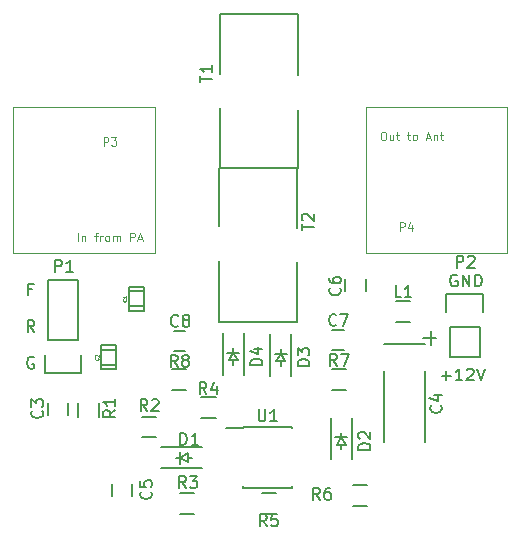
<source format=gto>
%FSLAX46Y46*%
G04 Gerber Fmt 4.6, Leading zero omitted, Abs format (unit mm)*
G04 Created by KiCad (PCBNEW (2014-10-27 BZR 5228)-product) date 15/05/2015 07:51:36*
%MOMM*%
G01*
G04 APERTURE LIST*
%ADD10C,0.100000*%
%ADD11C,0.150000*%
%ADD12C,0.127000*%
%ADD13C,0.060960*%
G04 APERTURE END LIST*
D10*
D11*
X123642858Y-124478571D02*
X123309524Y-124478571D01*
X123309524Y-125002381D02*
X123309524Y-124002381D01*
X123785715Y-124002381D01*
X123809524Y-128102381D02*
X123476190Y-127626190D01*
X123238095Y-128102381D02*
X123238095Y-127102381D01*
X123619048Y-127102381D01*
X123714286Y-127150000D01*
X123761905Y-127197619D01*
X123809524Y-127292857D01*
X123809524Y-127435714D01*
X123761905Y-127530952D01*
X123714286Y-127578571D01*
X123619048Y-127626190D01*
X123238095Y-127626190D01*
X123761905Y-130250000D02*
X123666667Y-130202381D01*
X123523810Y-130202381D01*
X123380952Y-130250000D01*
X123285714Y-130345238D01*
X123238095Y-130440476D01*
X123190476Y-130630952D01*
X123190476Y-130773810D01*
X123238095Y-130964286D01*
X123285714Y-131059524D01*
X123380952Y-131154762D01*
X123523810Y-131202381D01*
X123619048Y-131202381D01*
X123761905Y-131154762D01*
X123809524Y-131107143D01*
X123809524Y-130773810D01*
X123619048Y-130773810D01*
X159588096Y-123300000D02*
X159492858Y-123252381D01*
X159350001Y-123252381D01*
X159207143Y-123300000D01*
X159111905Y-123395238D01*
X159064286Y-123490476D01*
X159016667Y-123680952D01*
X159016667Y-123823810D01*
X159064286Y-124014286D01*
X159111905Y-124109524D01*
X159207143Y-124204762D01*
X159350001Y-124252381D01*
X159445239Y-124252381D01*
X159588096Y-124204762D01*
X159635715Y-124157143D01*
X159635715Y-123823810D01*
X159445239Y-123823810D01*
X160064286Y-124252381D02*
X160064286Y-123252381D01*
X160635715Y-124252381D01*
X160635715Y-123252381D01*
X161111905Y-124252381D02*
X161111905Y-123252381D01*
X161350000Y-123252381D01*
X161492858Y-123300000D01*
X161588096Y-123395238D01*
X161635715Y-123490476D01*
X161683334Y-123680952D01*
X161683334Y-123823810D01*
X161635715Y-124014286D01*
X161588096Y-124109524D01*
X161492858Y-124204762D01*
X161350000Y-124252381D01*
X161111905Y-124252381D01*
X158288095Y-131821429D02*
X159050000Y-131821429D01*
X158669048Y-132202381D02*
X158669048Y-131440476D01*
X160050000Y-132202381D02*
X159478571Y-132202381D01*
X159764285Y-132202381D02*
X159764285Y-131202381D01*
X159669047Y-131345238D01*
X159573809Y-131440476D01*
X159478571Y-131488095D01*
X160430952Y-131297619D02*
X160478571Y-131250000D01*
X160573809Y-131202381D01*
X160811905Y-131202381D01*
X160907143Y-131250000D01*
X160954762Y-131297619D01*
X161002381Y-131392857D01*
X161002381Y-131488095D01*
X160954762Y-131630952D01*
X160383333Y-132202381D01*
X161002381Y-132202381D01*
X161288095Y-131202381D02*
X161621428Y-132202381D01*
X161954762Y-131202381D01*
X126650000Y-135150000D02*
X126650000Y-134150000D01*
X124950000Y-134150000D02*
X124950000Y-135150000D01*
X161520000Y-127670000D02*
X161520000Y-130210000D01*
X161800000Y-124850000D02*
X161800000Y-126400000D01*
X161520000Y-127670000D02*
X158980000Y-127670000D01*
X158700000Y-126400000D02*
X158700000Y-124850000D01*
X158700000Y-124850000D02*
X161800000Y-124850000D01*
X158980000Y-127670000D02*
X158980000Y-130210000D01*
X158980000Y-130210000D02*
X161520000Y-130210000D01*
X127525000Y-135300000D02*
X127525000Y-134100000D01*
X129275000Y-134100000D02*
X129275000Y-135300000D01*
X134100000Y-137025000D02*
X132900000Y-137025000D01*
X132900000Y-135275000D02*
X134100000Y-135275000D01*
X136150000Y-141725000D02*
X137350000Y-141725000D01*
X137350000Y-143475000D02*
X136150000Y-143475000D01*
X137950000Y-133625000D02*
X139150000Y-133625000D01*
X139150000Y-135375000D02*
X137950000Y-135375000D01*
X144250000Y-143475000D02*
X143050000Y-143475000D01*
X143050000Y-141725000D02*
X144250000Y-141725000D01*
X152000000Y-142825000D02*
X150800000Y-142825000D01*
X150800000Y-141075000D02*
X152000000Y-141075000D01*
X150200000Y-133025000D02*
X149000000Y-133025000D01*
X149000000Y-131275000D02*
X150200000Y-131275000D01*
X136650000Y-133025000D02*
X135450000Y-133025000D01*
X135450000Y-131275000D02*
X136650000Y-131275000D01*
X136817500Y-138750000D02*
X137198500Y-138750000D01*
X135801500Y-138750000D02*
X136182500Y-138750000D01*
X136182500Y-138750000D02*
X136817500Y-138369000D01*
X136817500Y-138369000D02*
X136817500Y-139131000D01*
X136817500Y-139131000D02*
X136182500Y-138750000D01*
X136182500Y-138242000D02*
X136182500Y-139258000D01*
X134500000Y-139650000D02*
X138040000Y-139650000D01*
X134500000Y-137850000D02*
X138040000Y-137850000D01*
X149800000Y-137667500D02*
X149800000Y-138048500D01*
X149800000Y-136651500D02*
X149800000Y-137032500D01*
X149800000Y-137032500D02*
X150181000Y-137667500D01*
X150181000Y-137667500D02*
X149419000Y-137667500D01*
X149419000Y-137667500D02*
X149800000Y-137032500D01*
X150308000Y-137032500D02*
X149292000Y-137032500D01*
X148900000Y-135350000D02*
X148900000Y-138890000D01*
X150700000Y-135350000D02*
X150700000Y-138890000D01*
X154400000Y-125475000D02*
X155600000Y-125475000D01*
X155600000Y-127225000D02*
X154400000Y-127225000D01*
D12*
X131815000Y-124665000D02*
X133085000Y-124665000D01*
X131815000Y-125935000D02*
X133059600Y-125935000D01*
X131815000Y-126316000D02*
X131815000Y-124284000D01*
X131815000Y-124284000D02*
X133085000Y-124284000D01*
X133085000Y-124284000D02*
X133085000Y-126316000D01*
X133085000Y-126316000D02*
X131815000Y-126316000D01*
D11*
X156849260Y-129149820D02*
X153450740Y-129149820D01*
X153450740Y-137399740D02*
X153450740Y-131400260D01*
X156849260Y-137399740D02*
X156849260Y-131400260D01*
X157852560Y-128646900D02*
X156752740Y-128646900D01*
X157352180Y-128047460D02*
X157352180Y-129246340D01*
X132050000Y-141950000D02*
X132050000Y-140950000D01*
X130350000Y-140950000D02*
X130350000Y-141950000D01*
X150150000Y-123650000D02*
X150150000Y-124650000D01*
X151850000Y-124650000D02*
X151850000Y-123650000D01*
X150050000Y-127900000D02*
X149050000Y-127900000D01*
X149050000Y-129600000D02*
X150050000Y-129600000D01*
X136600000Y-128000000D02*
X135600000Y-128000000D01*
X135600000Y-129700000D02*
X136600000Y-129700000D01*
X144650000Y-130567500D02*
X144650000Y-130948500D01*
X144650000Y-129551500D02*
X144650000Y-129932500D01*
X144650000Y-129932500D02*
X145031000Y-130567500D01*
X145031000Y-130567500D02*
X144269000Y-130567500D01*
X144269000Y-130567500D02*
X144650000Y-129932500D01*
X145158000Y-129932500D02*
X144142000Y-129932500D01*
X143750000Y-128250000D02*
X143750000Y-131790000D01*
X145550000Y-128250000D02*
X145550000Y-131790000D01*
X140650000Y-130517500D02*
X140650000Y-130898500D01*
X140650000Y-129501500D02*
X140650000Y-129882500D01*
X140650000Y-129882500D02*
X141031000Y-130517500D01*
X141031000Y-130517500D02*
X140269000Y-130517500D01*
X140269000Y-130517500D02*
X140650000Y-129882500D01*
X141158000Y-129882500D02*
X140142000Y-129882500D01*
X139750000Y-128200000D02*
X139750000Y-131740000D01*
X141550000Y-128200000D02*
X141550000Y-131740000D01*
X124700000Y-130050000D02*
X124700000Y-131600000D01*
X124700000Y-131600000D02*
X127800000Y-131600000D01*
X127800000Y-131600000D02*
X127800000Y-130050000D01*
X124980000Y-128780000D02*
X124980000Y-123700000D01*
X124980000Y-123700000D02*
X127520000Y-123700000D01*
X127520000Y-123700000D02*
X127520000Y-128780000D01*
X127520000Y-128780000D02*
X124980000Y-128780000D01*
D10*
X124400000Y-109050000D02*
X134000000Y-109050000D01*
X134000000Y-109050000D02*
X134000000Y-121450000D01*
X134000000Y-121450000D02*
X122000000Y-121450000D01*
X122000000Y-121450000D02*
X122000000Y-109050000D01*
X122000000Y-109050000D02*
X124400000Y-109050000D01*
X161450000Y-121450000D02*
X151850000Y-121450000D01*
X151850000Y-121450000D02*
X151850000Y-109050000D01*
X151850000Y-109050000D02*
X163850000Y-109050000D01*
X163850000Y-109050000D02*
X163850000Y-121450000D01*
X163850000Y-121450000D02*
X161450000Y-121450000D01*
D11*
X139446000Y-127300000D02*
X139446000Y-122093000D01*
X139446000Y-114219000D02*
X139446000Y-119172000D01*
X146050000Y-127300000D02*
X146050000Y-122220000D01*
X146050000Y-114219000D02*
X146050000Y-119299000D01*
X146050000Y-114219000D02*
X139446000Y-114219000D01*
X139446000Y-127300000D02*
X146050000Y-127300000D01*
X146104000Y-101150000D02*
X146104000Y-106357000D01*
X146104000Y-114231000D02*
X146104000Y-109278000D01*
X139500000Y-101150000D02*
X139500000Y-106230000D01*
X139500000Y-114231000D02*
X139500000Y-109151000D01*
X139500000Y-114231000D02*
X146104000Y-114231000D01*
X146104000Y-101150000D02*
X139500000Y-101150000D01*
X141475000Y-136125000D02*
X141475000Y-136270000D01*
X145625000Y-136125000D02*
X145625000Y-136270000D01*
X145625000Y-141275000D02*
X145625000Y-141130000D01*
X141475000Y-141275000D02*
X141475000Y-141130000D01*
X141475000Y-136125000D02*
X145625000Y-136125000D01*
X141475000Y-141275000D02*
X145625000Y-141275000D01*
X141475000Y-136270000D02*
X140075000Y-136270000D01*
D12*
X129465000Y-129615000D02*
X130735000Y-129615000D01*
X129465000Y-130885000D02*
X130709600Y-130885000D01*
X129465000Y-131266000D02*
X129465000Y-129234000D01*
X129465000Y-129234000D02*
X130735000Y-129234000D01*
X130735000Y-129234000D02*
X130735000Y-131266000D01*
X130735000Y-131266000D02*
X129465000Y-131266000D01*
D11*
X124457143Y-134766666D02*
X124504762Y-134814285D01*
X124552381Y-134957142D01*
X124552381Y-135052380D01*
X124504762Y-135195238D01*
X124409524Y-135290476D01*
X124314286Y-135338095D01*
X124123810Y-135385714D01*
X123980952Y-135385714D01*
X123790476Y-135338095D01*
X123695238Y-135290476D01*
X123600000Y-135195238D01*
X123552381Y-135052380D01*
X123552381Y-134957142D01*
X123600000Y-134814285D01*
X123647619Y-134766666D01*
X123552381Y-134433333D02*
X123552381Y-133814285D01*
X123933333Y-134147619D01*
X123933333Y-134004761D01*
X123980952Y-133909523D01*
X124028571Y-133861904D01*
X124123810Y-133814285D01*
X124361905Y-133814285D01*
X124457143Y-133861904D01*
X124504762Y-133909523D01*
X124552381Y-134004761D01*
X124552381Y-134290476D01*
X124504762Y-134385714D01*
X124457143Y-134433333D01*
X159561905Y-122652381D02*
X159561905Y-121652381D01*
X159942858Y-121652381D01*
X160038096Y-121700000D01*
X160085715Y-121747619D01*
X160133334Y-121842857D01*
X160133334Y-121985714D01*
X160085715Y-122080952D01*
X160038096Y-122128571D01*
X159942858Y-122176190D01*
X159561905Y-122176190D01*
X160514286Y-121747619D02*
X160561905Y-121700000D01*
X160657143Y-121652381D01*
X160895239Y-121652381D01*
X160990477Y-121700000D01*
X161038096Y-121747619D01*
X161085715Y-121842857D01*
X161085715Y-121938095D01*
X161038096Y-122080952D01*
X160466667Y-122652381D01*
X161085715Y-122652381D01*
X130652381Y-134716666D02*
X130176190Y-135050000D01*
X130652381Y-135288095D02*
X129652381Y-135288095D01*
X129652381Y-134907142D01*
X129700000Y-134811904D01*
X129747619Y-134764285D01*
X129842857Y-134716666D01*
X129985714Y-134716666D01*
X130080952Y-134764285D01*
X130128571Y-134811904D01*
X130176190Y-134907142D01*
X130176190Y-135288095D01*
X130652381Y-133764285D02*
X130652381Y-134335714D01*
X130652381Y-134050000D02*
X129652381Y-134050000D01*
X129795238Y-134145238D01*
X129890476Y-134240476D01*
X129938095Y-134335714D01*
X133383334Y-134802381D02*
X133050000Y-134326190D01*
X132811905Y-134802381D02*
X132811905Y-133802381D01*
X133192858Y-133802381D01*
X133288096Y-133850000D01*
X133335715Y-133897619D01*
X133383334Y-133992857D01*
X133383334Y-134135714D01*
X133335715Y-134230952D01*
X133288096Y-134278571D01*
X133192858Y-134326190D01*
X132811905Y-134326190D01*
X133764286Y-133897619D02*
X133811905Y-133850000D01*
X133907143Y-133802381D01*
X134145239Y-133802381D01*
X134240477Y-133850000D01*
X134288096Y-133897619D01*
X134335715Y-133992857D01*
X134335715Y-134088095D01*
X134288096Y-134230952D01*
X133716667Y-134802381D01*
X134335715Y-134802381D01*
X136633334Y-141302381D02*
X136300000Y-140826190D01*
X136061905Y-141302381D02*
X136061905Y-140302381D01*
X136442858Y-140302381D01*
X136538096Y-140350000D01*
X136585715Y-140397619D01*
X136633334Y-140492857D01*
X136633334Y-140635714D01*
X136585715Y-140730952D01*
X136538096Y-140778571D01*
X136442858Y-140826190D01*
X136061905Y-140826190D01*
X136966667Y-140302381D02*
X137585715Y-140302381D01*
X137252381Y-140683333D01*
X137395239Y-140683333D01*
X137490477Y-140730952D01*
X137538096Y-140778571D01*
X137585715Y-140873810D01*
X137585715Y-141111905D01*
X137538096Y-141207143D01*
X137490477Y-141254762D01*
X137395239Y-141302381D01*
X137109524Y-141302381D01*
X137014286Y-141254762D01*
X136966667Y-141207143D01*
X138383334Y-133352381D02*
X138050000Y-132876190D01*
X137811905Y-133352381D02*
X137811905Y-132352381D01*
X138192858Y-132352381D01*
X138288096Y-132400000D01*
X138335715Y-132447619D01*
X138383334Y-132542857D01*
X138383334Y-132685714D01*
X138335715Y-132780952D01*
X138288096Y-132828571D01*
X138192858Y-132876190D01*
X137811905Y-132876190D01*
X139240477Y-132685714D02*
X139240477Y-133352381D01*
X139002381Y-132304762D02*
X138764286Y-133019048D01*
X139383334Y-133019048D01*
X143483334Y-144552381D02*
X143150000Y-144076190D01*
X142911905Y-144552381D02*
X142911905Y-143552381D01*
X143292858Y-143552381D01*
X143388096Y-143600000D01*
X143435715Y-143647619D01*
X143483334Y-143742857D01*
X143483334Y-143885714D01*
X143435715Y-143980952D01*
X143388096Y-144028571D01*
X143292858Y-144076190D01*
X142911905Y-144076190D01*
X144388096Y-143552381D02*
X143911905Y-143552381D01*
X143864286Y-144028571D01*
X143911905Y-143980952D01*
X144007143Y-143933333D01*
X144245239Y-143933333D01*
X144340477Y-143980952D01*
X144388096Y-144028571D01*
X144435715Y-144123810D01*
X144435715Y-144361905D01*
X144388096Y-144457143D01*
X144340477Y-144504762D01*
X144245239Y-144552381D01*
X144007143Y-144552381D01*
X143911905Y-144504762D01*
X143864286Y-144457143D01*
X147983334Y-142302381D02*
X147650000Y-141826190D01*
X147411905Y-142302381D02*
X147411905Y-141302381D01*
X147792858Y-141302381D01*
X147888096Y-141350000D01*
X147935715Y-141397619D01*
X147983334Y-141492857D01*
X147983334Y-141635714D01*
X147935715Y-141730952D01*
X147888096Y-141778571D01*
X147792858Y-141826190D01*
X147411905Y-141826190D01*
X148840477Y-141302381D02*
X148650000Y-141302381D01*
X148554762Y-141350000D01*
X148507143Y-141397619D01*
X148411905Y-141540476D01*
X148364286Y-141730952D01*
X148364286Y-142111905D01*
X148411905Y-142207143D01*
X148459524Y-142254762D01*
X148554762Y-142302381D01*
X148745239Y-142302381D01*
X148840477Y-142254762D01*
X148888096Y-142207143D01*
X148935715Y-142111905D01*
X148935715Y-141873810D01*
X148888096Y-141778571D01*
X148840477Y-141730952D01*
X148745239Y-141683333D01*
X148554762Y-141683333D01*
X148459524Y-141730952D01*
X148411905Y-141778571D01*
X148364286Y-141873810D01*
X149433334Y-130952381D02*
X149100000Y-130476190D01*
X148861905Y-130952381D02*
X148861905Y-129952381D01*
X149242858Y-129952381D01*
X149338096Y-130000000D01*
X149385715Y-130047619D01*
X149433334Y-130142857D01*
X149433334Y-130285714D01*
X149385715Y-130380952D01*
X149338096Y-130428571D01*
X149242858Y-130476190D01*
X148861905Y-130476190D01*
X149766667Y-129952381D02*
X150433334Y-129952381D01*
X150004762Y-130952381D01*
X135933334Y-131052381D02*
X135600000Y-130576190D01*
X135361905Y-131052381D02*
X135361905Y-130052381D01*
X135742858Y-130052381D01*
X135838096Y-130100000D01*
X135885715Y-130147619D01*
X135933334Y-130242857D01*
X135933334Y-130385714D01*
X135885715Y-130480952D01*
X135838096Y-130528571D01*
X135742858Y-130576190D01*
X135361905Y-130576190D01*
X136504762Y-130480952D02*
X136409524Y-130433333D01*
X136361905Y-130385714D01*
X136314286Y-130290476D01*
X136314286Y-130242857D01*
X136361905Y-130147619D01*
X136409524Y-130100000D01*
X136504762Y-130052381D01*
X136695239Y-130052381D01*
X136790477Y-130100000D01*
X136838096Y-130147619D01*
X136885715Y-130242857D01*
X136885715Y-130290476D01*
X136838096Y-130385714D01*
X136790477Y-130433333D01*
X136695239Y-130480952D01*
X136504762Y-130480952D01*
X136409524Y-130528571D01*
X136361905Y-130576190D01*
X136314286Y-130671429D01*
X136314286Y-130861905D01*
X136361905Y-130957143D01*
X136409524Y-131004762D01*
X136504762Y-131052381D01*
X136695239Y-131052381D01*
X136790477Y-131004762D01*
X136838096Y-130957143D01*
X136885715Y-130861905D01*
X136885715Y-130671429D01*
X136838096Y-130576190D01*
X136790477Y-130528571D01*
X136695239Y-130480952D01*
X136161905Y-137652381D02*
X136161905Y-136652381D01*
X136400000Y-136652381D01*
X136542858Y-136700000D01*
X136638096Y-136795238D01*
X136685715Y-136890476D01*
X136733334Y-137080952D01*
X136733334Y-137223810D01*
X136685715Y-137414286D01*
X136638096Y-137509524D01*
X136542858Y-137604762D01*
X136400000Y-137652381D01*
X136161905Y-137652381D01*
X137685715Y-137652381D02*
X137114286Y-137652381D01*
X137400000Y-137652381D02*
X137400000Y-136652381D01*
X137304762Y-136795238D01*
X137209524Y-136890476D01*
X137114286Y-136938095D01*
X152252381Y-138088095D02*
X151252381Y-138088095D01*
X151252381Y-137850000D01*
X151300000Y-137707142D01*
X151395238Y-137611904D01*
X151490476Y-137564285D01*
X151680952Y-137516666D01*
X151823810Y-137516666D01*
X152014286Y-137564285D01*
X152109524Y-137611904D01*
X152204762Y-137707142D01*
X152252381Y-137850000D01*
X152252381Y-138088095D01*
X151347619Y-137135714D02*
X151300000Y-137088095D01*
X151252381Y-136992857D01*
X151252381Y-136754761D01*
X151300000Y-136659523D01*
X151347619Y-136611904D01*
X151442857Y-136564285D01*
X151538095Y-136564285D01*
X151680952Y-136611904D01*
X152252381Y-137183333D01*
X152252381Y-136564285D01*
X154883334Y-125152381D02*
X154407143Y-125152381D01*
X154407143Y-124152381D01*
X155740477Y-125152381D02*
X155169048Y-125152381D01*
X155454762Y-125152381D02*
X155454762Y-124152381D01*
X155359524Y-124295238D01*
X155264286Y-124390476D01*
X155169048Y-124438095D01*
D13*
X131566443Y-125349954D02*
X131580715Y-125364226D01*
X131594988Y-125407043D01*
X131594988Y-125435588D01*
X131580715Y-125478405D01*
X131552170Y-125506950D01*
X131523626Y-125521222D01*
X131466536Y-125535494D01*
X131423719Y-125535494D01*
X131366630Y-125521222D01*
X131338085Y-125506950D01*
X131309540Y-125478405D01*
X131295268Y-125435588D01*
X131295268Y-125407043D01*
X131309540Y-125364226D01*
X131323812Y-125349954D01*
X131594988Y-125064506D02*
X131594988Y-125235774D01*
X131594988Y-125150140D02*
X131295268Y-125150140D01*
X131338085Y-125178685D01*
X131366630Y-125207230D01*
X131380902Y-125235774D01*
D11*
X158207143Y-134316666D02*
X158254762Y-134364285D01*
X158302381Y-134507142D01*
X158302381Y-134602380D01*
X158254762Y-134745238D01*
X158159524Y-134840476D01*
X158064286Y-134888095D01*
X157873810Y-134935714D01*
X157730952Y-134935714D01*
X157540476Y-134888095D01*
X157445238Y-134840476D01*
X157350000Y-134745238D01*
X157302381Y-134602380D01*
X157302381Y-134507142D01*
X157350000Y-134364285D01*
X157397619Y-134316666D01*
X157635714Y-133459523D02*
X158302381Y-133459523D01*
X157254762Y-133697619D02*
X157969048Y-133935714D01*
X157969048Y-133316666D01*
X157421069Y-129030392D02*
X157421069Y-128268487D01*
X157802021Y-128649439D02*
X157040116Y-128649439D01*
X133657143Y-141616666D02*
X133704762Y-141664285D01*
X133752381Y-141807142D01*
X133752381Y-141902380D01*
X133704762Y-142045238D01*
X133609524Y-142140476D01*
X133514286Y-142188095D01*
X133323810Y-142235714D01*
X133180952Y-142235714D01*
X132990476Y-142188095D01*
X132895238Y-142140476D01*
X132800000Y-142045238D01*
X132752381Y-141902380D01*
X132752381Y-141807142D01*
X132800000Y-141664285D01*
X132847619Y-141616666D01*
X132752381Y-140711904D02*
X132752381Y-141188095D01*
X133228571Y-141235714D01*
X133180952Y-141188095D01*
X133133333Y-141092857D01*
X133133333Y-140854761D01*
X133180952Y-140759523D01*
X133228571Y-140711904D01*
X133323810Y-140664285D01*
X133561905Y-140664285D01*
X133657143Y-140711904D01*
X133704762Y-140759523D01*
X133752381Y-140854761D01*
X133752381Y-141092857D01*
X133704762Y-141188095D01*
X133657143Y-141235714D01*
X149657143Y-124366666D02*
X149704762Y-124414285D01*
X149752381Y-124557142D01*
X149752381Y-124652380D01*
X149704762Y-124795238D01*
X149609524Y-124890476D01*
X149514286Y-124938095D01*
X149323810Y-124985714D01*
X149180952Y-124985714D01*
X148990476Y-124938095D01*
X148895238Y-124890476D01*
X148800000Y-124795238D01*
X148752381Y-124652380D01*
X148752381Y-124557142D01*
X148800000Y-124414285D01*
X148847619Y-124366666D01*
X148752381Y-123509523D02*
X148752381Y-123700000D01*
X148800000Y-123795238D01*
X148847619Y-123842857D01*
X148990476Y-123938095D01*
X149180952Y-123985714D01*
X149561905Y-123985714D01*
X149657143Y-123938095D01*
X149704762Y-123890476D01*
X149752381Y-123795238D01*
X149752381Y-123604761D01*
X149704762Y-123509523D01*
X149657143Y-123461904D01*
X149561905Y-123414285D01*
X149323810Y-123414285D01*
X149228571Y-123461904D01*
X149180952Y-123509523D01*
X149133333Y-123604761D01*
X149133333Y-123795238D01*
X149180952Y-123890476D01*
X149228571Y-123938095D01*
X149323810Y-123985714D01*
X149383334Y-127507143D02*
X149335715Y-127554762D01*
X149192858Y-127602381D01*
X149097620Y-127602381D01*
X148954762Y-127554762D01*
X148859524Y-127459524D01*
X148811905Y-127364286D01*
X148764286Y-127173810D01*
X148764286Y-127030952D01*
X148811905Y-126840476D01*
X148859524Y-126745238D01*
X148954762Y-126650000D01*
X149097620Y-126602381D01*
X149192858Y-126602381D01*
X149335715Y-126650000D01*
X149383334Y-126697619D01*
X149716667Y-126602381D02*
X150383334Y-126602381D01*
X149954762Y-127602381D01*
X135983334Y-127557143D02*
X135935715Y-127604762D01*
X135792858Y-127652381D01*
X135697620Y-127652381D01*
X135554762Y-127604762D01*
X135459524Y-127509524D01*
X135411905Y-127414286D01*
X135364286Y-127223810D01*
X135364286Y-127080952D01*
X135411905Y-126890476D01*
X135459524Y-126795238D01*
X135554762Y-126700000D01*
X135697620Y-126652381D01*
X135792858Y-126652381D01*
X135935715Y-126700000D01*
X135983334Y-126747619D01*
X136554762Y-127080952D02*
X136459524Y-127033333D01*
X136411905Y-126985714D01*
X136364286Y-126890476D01*
X136364286Y-126842857D01*
X136411905Y-126747619D01*
X136459524Y-126700000D01*
X136554762Y-126652381D01*
X136745239Y-126652381D01*
X136840477Y-126700000D01*
X136888096Y-126747619D01*
X136935715Y-126842857D01*
X136935715Y-126890476D01*
X136888096Y-126985714D01*
X136840477Y-127033333D01*
X136745239Y-127080952D01*
X136554762Y-127080952D01*
X136459524Y-127128571D01*
X136411905Y-127176190D01*
X136364286Y-127271429D01*
X136364286Y-127461905D01*
X136411905Y-127557143D01*
X136459524Y-127604762D01*
X136554762Y-127652381D01*
X136745239Y-127652381D01*
X136840477Y-127604762D01*
X136888096Y-127557143D01*
X136935715Y-127461905D01*
X136935715Y-127271429D01*
X136888096Y-127176190D01*
X136840477Y-127128571D01*
X136745239Y-127080952D01*
X147102381Y-130988095D02*
X146102381Y-130988095D01*
X146102381Y-130750000D01*
X146150000Y-130607142D01*
X146245238Y-130511904D01*
X146340476Y-130464285D01*
X146530952Y-130416666D01*
X146673810Y-130416666D01*
X146864286Y-130464285D01*
X146959524Y-130511904D01*
X147054762Y-130607142D01*
X147102381Y-130750000D01*
X147102381Y-130988095D01*
X146102381Y-130083333D02*
X146102381Y-129464285D01*
X146483333Y-129797619D01*
X146483333Y-129654761D01*
X146530952Y-129559523D01*
X146578571Y-129511904D01*
X146673810Y-129464285D01*
X146911905Y-129464285D01*
X147007143Y-129511904D01*
X147054762Y-129559523D01*
X147102381Y-129654761D01*
X147102381Y-129940476D01*
X147054762Y-130035714D01*
X147007143Y-130083333D01*
X143102381Y-130938095D02*
X142102381Y-130938095D01*
X142102381Y-130700000D01*
X142150000Y-130557142D01*
X142245238Y-130461904D01*
X142340476Y-130414285D01*
X142530952Y-130366666D01*
X142673810Y-130366666D01*
X142864286Y-130414285D01*
X142959524Y-130461904D01*
X143054762Y-130557142D01*
X143102381Y-130700000D01*
X143102381Y-130938095D01*
X142435714Y-129509523D02*
X143102381Y-129509523D01*
X142054762Y-129747619D02*
X142769048Y-129985714D01*
X142769048Y-129366666D01*
X125561905Y-123002381D02*
X125561905Y-122002381D01*
X125942858Y-122002381D01*
X126038096Y-122050000D01*
X126085715Y-122097619D01*
X126133334Y-122192857D01*
X126133334Y-122335714D01*
X126085715Y-122430952D01*
X126038096Y-122478571D01*
X125942858Y-122526190D01*
X125561905Y-122526190D01*
X127085715Y-123002381D02*
X126514286Y-123002381D01*
X126800000Y-123002381D02*
X126800000Y-122002381D01*
X126704762Y-122145238D01*
X126609524Y-122240476D01*
X126514286Y-122288095D01*
D10*
X129683334Y-112316667D02*
X129683334Y-111616667D01*
X129950000Y-111616667D01*
X130016667Y-111650000D01*
X130050000Y-111683333D01*
X130083334Y-111750000D01*
X130083334Y-111850000D01*
X130050000Y-111916667D01*
X130016667Y-111950000D01*
X129950000Y-111983333D01*
X129683334Y-111983333D01*
X130316667Y-111616667D02*
X130750000Y-111616667D01*
X130516667Y-111883333D01*
X130616667Y-111883333D01*
X130683334Y-111916667D01*
X130716667Y-111950000D01*
X130750000Y-112016667D01*
X130750000Y-112183333D01*
X130716667Y-112250000D01*
X130683334Y-112283333D01*
X130616667Y-112316667D01*
X130416667Y-112316667D01*
X130350000Y-112283333D01*
X130316667Y-112250000D01*
X127500002Y-120416667D02*
X127500002Y-119716667D01*
X127833335Y-119950000D02*
X127833335Y-120416667D01*
X127833335Y-120016667D02*
X127866668Y-119983333D01*
X127933335Y-119950000D01*
X128033335Y-119950000D01*
X128100001Y-119983333D01*
X128133335Y-120050000D01*
X128133335Y-120416667D01*
X128900001Y-119950000D02*
X129166667Y-119950000D01*
X129000001Y-120416667D02*
X129000001Y-119816667D01*
X129033334Y-119750000D01*
X129100001Y-119716667D01*
X129166667Y-119716667D01*
X129400001Y-120416667D02*
X129400001Y-119950000D01*
X129400001Y-120083333D02*
X129433334Y-120016667D01*
X129466667Y-119983333D01*
X129533334Y-119950000D01*
X129600001Y-119950000D01*
X129933334Y-120416667D02*
X129866667Y-120383333D01*
X129833334Y-120350000D01*
X129800000Y-120283333D01*
X129800000Y-120083333D01*
X129833334Y-120016667D01*
X129866667Y-119983333D01*
X129933334Y-119950000D01*
X130033334Y-119950000D01*
X130100000Y-119983333D01*
X130133334Y-120016667D01*
X130166667Y-120083333D01*
X130166667Y-120283333D01*
X130133334Y-120350000D01*
X130100000Y-120383333D01*
X130033334Y-120416667D01*
X129933334Y-120416667D01*
X130466667Y-120416667D02*
X130466667Y-119950000D01*
X130466667Y-120016667D02*
X130500000Y-119983333D01*
X130566667Y-119950000D01*
X130666667Y-119950000D01*
X130733333Y-119983333D01*
X130766667Y-120050000D01*
X130766667Y-120416667D01*
X130766667Y-120050000D02*
X130800000Y-119983333D01*
X130866667Y-119950000D01*
X130966667Y-119950000D01*
X131033333Y-119983333D01*
X131066667Y-120050000D01*
X131066667Y-120416667D01*
X131933333Y-120416667D02*
X131933333Y-119716667D01*
X132199999Y-119716667D01*
X132266666Y-119750000D01*
X132299999Y-119783333D01*
X132333333Y-119850000D01*
X132333333Y-119950000D01*
X132299999Y-120016667D01*
X132266666Y-120050000D01*
X132199999Y-120083333D01*
X131933333Y-120083333D01*
X132599999Y-120216667D02*
X132933333Y-120216667D01*
X132533333Y-120416667D02*
X132766666Y-119716667D01*
X132999999Y-120416667D01*
X154783334Y-119516667D02*
X154783334Y-118816667D01*
X155050000Y-118816667D01*
X155116667Y-118850000D01*
X155150000Y-118883333D01*
X155183334Y-118950000D01*
X155183334Y-119050000D01*
X155150000Y-119116667D01*
X155116667Y-119150000D01*
X155050000Y-119183333D01*
X154783334Y-119183333D01*
X155783334Y-119050000D02*
X155783334Y-119516667D01*
X155616667Y-118783333D02*
X155450000Y-119283333D01*
X155883334Y-119283333D01*
X153300001Y-111166667D02*
X153433334Y-111166667D01*
X153500001Y-111200000D01*
X153566668Y-111266667D01*
X153600001Y-111400000D01*
X153600001Y-111633333D01*
X153566668Y-111766667D01*
X153500001Y-111833333D01*
X153433334Y-111866667D01*
X153300001Y-111866667D01*
X153233334Y-111833333D01*
X153166668Y-111766667D01*
X153133334Y-111633333D01*
X153133334Y-111400000D01*
X153166668Y-111266667D01*
X153233334Y-111200000D01*
X153300001Y-111166667D01*
X154200001Y-111400000D02*
X154200001Y-111866667D01*
X153900001Y-111400000D02*
X153900001Y-111766667D01*
X153933334Y-111833333D01*
X154000001Y-111866667D01*
X154100001Y-111866667D01*
X154166667Y-111833333D01*
X154200001Y-111800000D01*
X154433334Y-111400000D02*
X154700000Y-111400000D01*
X154533334Y-111166667D02*
X154533334Y-111766667D01*
X154566667Y-111833333D01*
X154633334Y-111866667D01*
X154700000Y-111866667D01*
X155366667Y-111400000D02*
X155633333Y-111400000D01*
X155466667Y-111166667D02*
X155466667Y-111766667D01*
X155500000Y-111833333D01*
X155566667Y-111866667D01*
X155633333Y-111866667D01*
X155966667Y-111866667D02*
X155900000Y-111833333D01*
X155866667Y-111800000D01*
X155833333Y-111733333D01*
X155833333Y-111533333D01*
X155866667Y-111466667D01*
X155900000Y-111433333D01*
X155966667Y-111400000D01*
X156066667Y-111400000D01*
X156133333Y-111433333D01*
X156166667Y-111466667D01*
X156200000Y-111533333D01*
X156200000Y-111733333D01*
X156166667Y-111800000D01*
X156133333Y-111833333D01*
X156066667Y-111866667D01*
X155966667Y-111866667D01*
X156999999Y-111666667D02*
X157333333Y-111666667D01*
X156933333Y-111866667D02*
X157166666Y-111166667D01*
X157399999Y-111866667D01*
X157633333Y-111400000D02*
X157633333Y-111866667D01*
X157633333Y-111466667D02*
X157666666Y-111433333D01*
X157733333Y-111400000D01*
X157833333Y-111400000D01*
X157899999Y-111433333D01*
X157933333Y-111500000D01*
X157933333Y-111866667D01*
X158166666Y-111400000D02*
X158433332Y-111400000D01*
X158266666Y-111166667D02*
X158266666Y-111766667D01*
X158299999Y-111833333D01*
X158366666Y-111866667D01*
X158433332Y-111866667D01*
D11*
X137852381Y-106961905D02*
X137852381Y-106390476D01*
X138852381Y-106676191D02*
X137852381Y-106676191D01*
X138852381Y-105533333D02*
X138852381Y-106104762D01*
X138852381Y-105819048D02*
X137852381Y-105819048D01*
X137995238Y-105914286D01*
X138090476Y-106009524D01*
X138138095Y-106104762D01*
X146452381Y-119511905D02*
X146452381Y-118940476D01*
X147452381Y-119226191D02*
X146452381Y-119226191D01*
X146547619Y-118654762D02*
X146500000Y-118607143D01*
X146452381Y-118511905D01*
X146452381Y-118273809D01*
X146500000Y-118178571D01*
X146547619Y-118130952D01*
X146642857Y-118083333D01*
X146738095Y-118083333D01*
X146880952Y-118130952D01*
X147452381Y-118702381D01*
X147452381Y-118083333D01*
X142788095Y-134652381D02*
X142788095Y-135461905D01*
X142835714Y-135557143D01*
X142883333Y-135604762D01*
X142978571Y-135652381D01*
X143169048Y-135652381D01*
X143264286Y-135604762D01*
X143311905Y-135557143D01*
X143359524Y-135461905D01*
X143359524Y-134652381D01*
X144359524Y-135652381D02*
X143788095Y-135652381D01*
X144073809Y-135652381D02*
X144073809Y-134652381D01*
X143978571Y-134795238D01*
X143883333Y-134890476D01*
X143788095Y-134938095D01*
D13*
X129216443Y-130299954D02*
X129230715Y-130314226D01*
X129244988Y-130357043D01*
X129244988Y-130385588D01*
X129230715Y-130428405D01*
X129202170Y-130456950D01*
X129173626Y-130471222D01*
X129116536Y-130485494D01*
X129073719Y-130485494D01*
X129016630Y-130471222D01*
X128988085Y-130456950D01*
X128959540Y-130428405D01*
X128945268Y-130385588D01*
X128945268Y-130357043D01*
X128959540Y-130314226D01*
X128973812Y-130299954D01*
X128973812Y-130185774D02*
X128959540Y-130171502D01*
X128945268Y-130142957D01*
X128945268Y-130071595D01*
X128959540Y-130043051D01*
X128973812Y-130028778D01*
X129002357Y-130014506D01*
X129030902Y-130014506D01*
X129073719Y-130028778D01*
X129244988Y-130200047D01*
X129244988Y-130014506D01*
M02*

</source>
